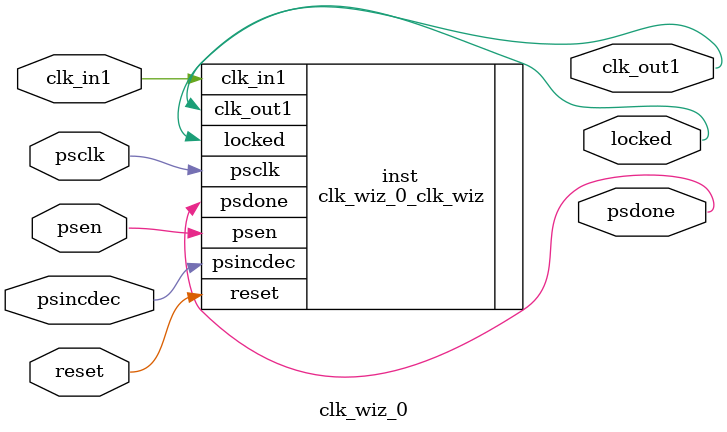
<source format=v>


`timescale 1ps/1ps

(* CORE_GENERATION_INFO = "clk_wiz_0,clk_wiz_v6_0_2_0_0,{component_name=clk_wiz_0,use_phase_alignment=true,use_min_o_jitter=false,use_max_i_jitter=false,use_dyn_phase_shift=true,use_inclk_switchover=false,use_dyn_reconfig=false,enable_axi=0,feedback_source=FDBK_AUTO,PRIMITIVE=MMCM,num_out_clk=1,clkin1_period=16.667,clkin2_period=10.0,use_power_down=false,use_reset=true,use_locked=true,use_inclk_stopped=false,feedback_type=SINGLE,CLOCK_MGR_TYPE=NA,manual_override=false}" *)

module clk_wiz_0 
 (
  // Clock out ports
  output        clk_out1,
  // Dynamic phase shift ports
  input         psclk,
  input         psen,
  input         psincdec,
  output        psdone,
  // Status and control signals
  input         reset,
  output        locked,
 // Clock in ports
  input         clk_in1
 );

  clk_wiz_0_clk_wiz inst
  (
  // Clock out ports  
  .clk_out1(clk_out1),
  // Dynamic phase shift ports                
  .psclk(psclk),
  .psen(psen),
  .psincdec(psincdec),
  .psdone(psdone),
  // Status and control signals               
  .reset(reset), 
  .locked(locked),
 // Clock in ports
  .clk_in1(clk_in1)
  );

endmodule

</source>
